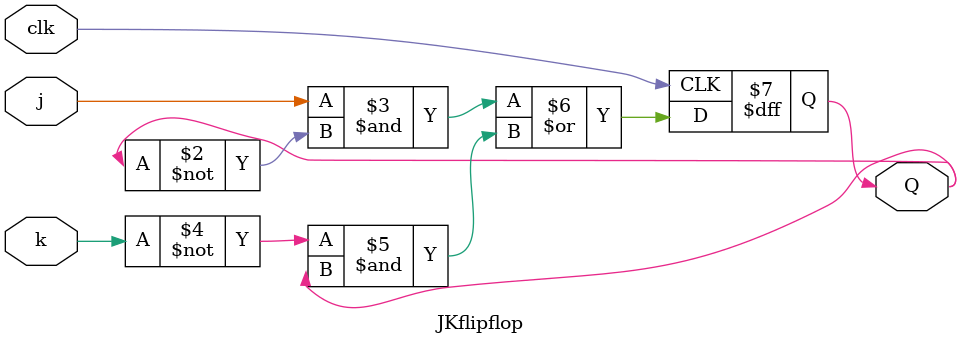
<source format=v>
module JKflipflop(j,k,clk,Q);
  input j,k,clk;
  output Q;
  reg Q;
  //wire q;
    
  always @  (posedge clk)
  begin
    Q <= (j & ~Q) | (~k & Q);
  end

endmodule
</source>
